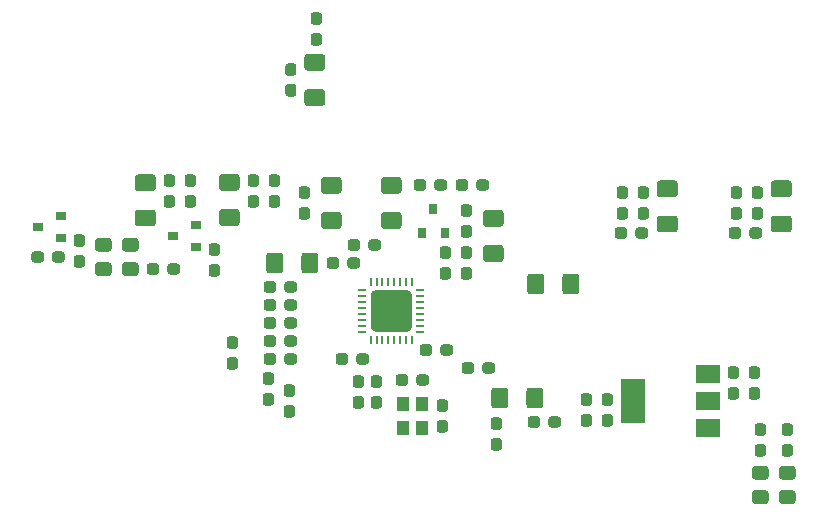
<source format=gtp>
G04 #@! TF.GenerationSoftware,KiCad,Pcbnew,(5.1.9)-1*
G04 #@! TF.CreationDate,2021-12-15T22:24:27+01:00*
G04 #@! TF.ProjectId,AudioCodecModule_ADAU1761,41756469-6f43-46f6-9465-634d6f64756c,rev?*
G04 #@! TF.SameCoordinates,Original*
G04 #@! TF.FileFunction,Paste,Top*
G04 #@! TF.FilePolarity,Positive*
%FSLAX46Y46*%
G04 Gerber Fmt 4.6, Leading zero omitted, Abs format (unit mm)*
G04 Created by KiCad (PCBNEW (5.1.9)-1) date 2021-12-15 22:24:27*
%MOMM*%
%LPD*%
G01*
G04 APERTURE LIST*
%ADD10R,2.000000X1.500000*%
%ADD11R,2.000000X3.800000*%
%ADD12R,0.900000X0.800000*%
%ADD13R,1.100000X1.300000*%
%ADD14R,0.800000X0.900000*%
%ADD15R,0.260000X0.800000*%
%ADD16R,0.800000X0.260000*%
G04 APERTURE END LIST*
G36*
G01*
X166767500Y-61564000D02*
X167242500Y-61564000D01*
G75*
G02*
X167480000Y-61801500I0J-237500D01*
G01*
X167480000Y-62376500D01*
G75*
G02*
X167242500Y-62614000I-237500J0D01*
G01*
X166767500Y-62614000D01*
G75*
G02*
X166530000Y-62376500I0J237500D01*
G01*
X166530000Y-61801500D01*
G75*
G02*
X166767500Y-61564000I237500J0D01*
G01*
G37*
G36*
G01*
X166767500Y-59814000D02*
X167242500Y-59814000D01*
G75*
G02*
X167480000Y-60051500I0J-237500D01*
G01*
X167480000Y-60626500D01*
G75*
G02*
X167242500Y-60864000I-237500J0D01*
G01*
X166767500Y-60864000D01*
G75*
G02*
X166530000Y-60626500I0J237500D01*
G01*
X166530000Y-60051500D01*
G75*
G02*
X166767500Y-59814000I237500J0D01*
G01*
G37*
G36*
G01*
X169401500Y-56546000D02*
X168926500Y-56546000D01*
G75*
G02*
X168689000Y-56308500I0J237500D01*
G01*
X168689000Y-55733500D01*
G75*
G02*
X168926500Y-55496000I237500J0D01*
G01*
X169401500Y-55496000D01*
G75*
G02*
X169639000Y-55733500I0J-237500D01*
G01*
X169639000Y-56308500D01*
G75*
G02*
X169401500Y-56546000I-237500J0D01*
G01*
G37*
G36*
G01*
X169401500Y-58296000D02*
X168926500Y-58296000D01*
G75*
G02*
X168689000Y-58058500I0J237500D01*
G01*
X168689000Y-57483500D01*
G75*
G02*
X168926500Y-57246000I237500J0D01*
G01*
X169401500Y-57246000D01*
G75*
G02*
X169639000Y-57483500I0J-237500D01*
G01*
X169639000Y-58058500D01*
G75*
G02*
X169401500Y-58296000I-237500J0D01*
G01*
G37*
G36*
G01*
X168412000Y-61989000D02*
X169662000Y-61989000D01*
G75*
G02*
X169912000Y-62239000I0J-250000D01*
G01*
X169912000Y-63164000D01*
G75*
G02*
X169662000Y-63414000I-250000J0D01*
G01*
X168412000Y-63414000D01*
G75*
G02*
X168162000Y-63164000I0J250000D01*
G01*
X168162000Y-62239000D01*
G75*
G02*
X168412000Y-61989000I250000J0D01*
G01*
G37*
G36*
G01*
X168412000Y-59014000D02*
X169662000Y-59014000D01*
G75*
G02*
X169912000Y-59264000I0J-250000D01*
G01*
X169912000Y-60189000D01*
G75*
G02*
X169662000Y-60439000I-250000J0D01*
G01*
X168412000Y-60439000D01*
G75*
G02*
X168162000Y-60189000I0J250000D01*
G01*
X168162000Y-59264000D01*
G75*
G02*
X168412000Y-59014000I250000J0D01*
G01*
G37*
D10*
X202286000Y-90692000D03*
X202286000Y-86092000D03*
X202286000Y-88392000D03*
D11*
X195986000Y-88392000D03*
G36*
G01*
X155860000Y-76978500D02*
X155860000Y-77453500D01*
G75*
G02*
X155622500Y-77691000I-237500J0D01*
G01*
X155047500Y-77691000D01*
G75*
G02*
X154810000Y-77453500I0J237500D01*
G01*
X154810000Y-76978500D01*
G75*
G02*
X155047500Y-76741000I237500J0D01*
G01*
X155622500Y-76741000D01*
G75*
G02*
X155860000Y-76978500I0J-237500D01*
G01*
G37*
G36*
G01*
X157610000Y-76978500D02*
X157610000Y-77453500D01*
G75*
G02*
X157372500Y-77691000I-237500J0D01*
G01*
X156797500Y-77691000D01*
G75*
G02*
X156560000Y-77453500I0J237500D01*
G01*
X156560000Y-76978500D01*
G75*
G02*
X156797500Y-76741000I237500J0D01*
G01*
X157372500Y-76741000D01*
G75*
G02*
X157610000Y-76978500I0J-237500D01*
G01*
G37*
G36*
G01*
X188118000Y-89932500D02*
X188118000Y-90407500D01*
G75*
G02*
X187880500Y-90645000I-237500J0D01*
G01*
X187305500Y-90645000D01*
G75*
G02*
X187068000Y-90407500I0J237500D01*
G01*
X187068000Y-89932500D01*
G75*
G02*
X187305500Y-89695000I237500J0D01*
G01*
X187880500Y-89695000D01*
G75*
G02*
X188118000Y-89932500I0J-237500D01*
G01*
G37*
G36*
G01*
X189868000Y-89932500D02*
X189868000Y-90407500D01*
G75*
G02*
X189630500Y-90645000I-237500J0D01*
G01*
X189055500Y-90645000D01*
G75*
G02*
X188818000Y-90407500I0J237500D01*
G01*
X188818000Y-89932500D01*
G75*
G02*
X189055500Y-89695000I237500J0D01*
G01*
X189630500Y-89695000D01*
G75*
G02*
X189868000Y-89932500I0J-237500D01*
G01*
G37*
G36*
G01*
X160290500Y-76804000D02*
X160765500Y-76804000D01*
G75*
G02*
X161003000Y-77041500I0J-237500D01*
G01*
X161003000Y-77616500D01*
G75*
G02*
X160765500Y-77854000I-237500J0D01*
G01*
X160290500Y-77854000D01*
G75*
G02*
X160053000Y-77616500I0J237500D01*
G01*
X160053000Y-77041500D01*
G75*
G02*
X160290500Y-76804000I237500J0D01*
G01*
G37*
G36*
G01*
X160290500Y-75054000D02*
X160765500Y-75054000D01*
G75*
G02*
X161003000Y-75291500I0J-237500D01*
G01*
X161003000Y-75866500D01*
G75*
G02*
X160765500Y-76104000I-237500J0D01*
G01*
X160290500Y-76104000D01*
G75*
G02*
X160053000Y-75866500I0J237500D01*
G01*
X160053000Y-75291500D01*
G75*
G02*
X160290500Y-75054000I237500J0D01*
G01*
G37*
G36*
G01*
X146795000Y-76437500D02*
X146795000Y-75962500D01*
G75*
G02*
X147032500Y-75725000I237500J0D01*
G01*
X147607500Y-75725000D01*
G75*
G02*
X147845000Y-75962500I0J-237500D01*
G01*
X147845000Y-76437500D01*
G75*
G02*
X147607500Y-76675000I-237500J0D01*
G01*
X147032500Y-76675000D01*
G75*
G02*
X146795000Y-76437500I0J237500D01*
G01*
G37*
G36*
G01*
X145045000Y-76437500D02*
X145045000Y-75962500D01*
G75*
G02*
X145282500Y-75725000I237500J0D01*
G01*
X145857500Y-75725000D01*
G75*
G02*
X146095000Y-75962500I0J-237500D01*
G01*
X146095000Y-76437500D01*
G75*
G02*
X145857500Y-76675000I-237500J0D01*
G01*
X145282500Y-76675000D01*
G75*
G02*
X145045000Y-76437500I0J237500D01*
G01*
G37*
G36*
G01*
X148860500Y-76042000D02*
X149335500Y-76042000D01*
G75*
G02*
X149573000Y-76279500I0J-237500D01*
G01*
X149573000Y-76854500D01*
G75*
G02*
X149335500Y-77092000I-237500J0D01*
G01*
X148860500Y-77092000D01*
G75*
G02*
X148623000Y-76854500I0J237500D01*
G01*
X148623000Y-76279500D01*
G75*
G02*
X148860500Y-76042000I237500J0D01*
G01*
G37*
G36*
G01*
X148860500Y-74292000D02*
X149335500Y-74292000D01*
G75*
G02*
X149573000Y-74529500I0J-237500D01*
G01*
X149573000Y-75104500D01*
G75*
G02*
X149335500Y-75342000I-237500J0D01*
G01*
X148860500Y-75342000D01*
G75*
G02*
X148623000Y-75104500I0J237500D01*
G01*
X148623000Y-74529500D01*
G75*
G02*
X148860500Y-74292000I237500J0D01*
G01*
G37*
G36*
G01*
X208804500Y-92044000D02*
X209279500Y-92044000D01*
G75*
G02*
X209517000Y-92281500I0J-237500D01*
G01*
X209517000Y-92856500D01*
G75*
G02*
X209279500Y-93094000I-237500J0D01*
G01*
X208804500Y-93094000D01*
G75*
G02*
X208567000Y-92856500I0J237500D01*
G01*
X208567000Y-92281500D01*
G75*
G02*
X208804500Y-92044000I237500J0D01*
G01*
G37*
G36*
G01*
X208804500Y-90294000D02*
X209279500Y-90294000D01*
G75*
G02*
X209517000Y-90531500I0J-237500D01*
G01*
X209517000Y-91106500D01*
G75*
G02*
X209279500Y-91344000I-237500J0D01*
G01*
X208804500Y-91344000D01*
G75*
G02*
X208567000Y-91106500I0J237500D01*
G01*
X208567000Y-90531500D01*
G75*
G02*
X208804500Y-90294000I237500J0D01*
G01*
G37*
G36*
G01*
X206518500Y-92044000D02*
X206993500Y-92044000D01*
G75*
G02*
X207231000Y-92281500I0J-237500D01*
G01*
X207231000Y-92856500D01*
G75*
G02*
X206993500Y-93094000I-237500J0D01*
G01*
X206518500Y-93094000D01*
G75*
G02*
X206281000Y-92856500I0J237500D01*
G01*
X206281000Y-92281500D01*
G75*
G02*
X206518500Y-92044000I237500J0D01*
G01*
G37*
G36*
G01*
X206518500Y-90294000D02*
X206993500Y-90294000D01*
G75*
G02*
X207231000Y-90531500I0J-237500D01*
G01*
X207231000Y-91106500D01*
G75*
G02*
X206993500Y-91344000I-237500J0D01*
G01*
X206518500Y-91344000D01*
G75*
G02*
X206281000Y-91106500I0J237500D01*
G01*
X206281000Y-90531500D01*
G75*
G02*
X206518500Y-90294000I237500J0D01*
G01*
G37*
D12*
X156988000Y-74422000D03*
X158988000Y-73472000D03*
X158988000Y-75372000D03*
X145558000Y-73660000D03*
X147558000Y-72710000D03*
X147558000Y-74610000D03*
G36*
G01*
X152965999Y-76650000D02*
X153866001Y-76650000D01*
G75*
G02*
X154116000Y-76899999I0J-249999D01*
G01*
X154116000Y-77550001D01*
G75*
G02*
X153866001Y-77800000I-249999J0D01*
G01*
X152965999Y-77800000D01*
G75*
G02*
X152716000Y-77550001I0J249999D01*
G01*
X152716000Y-76899999D01*
G75*
G02*
X152965999Y-76650000I249999J0D01*
G01*
G37*
G36*
G01*
X152965999Y-74600000D02*
X153866001Y-74600000D01*
G75*
G02*
X154116000Y-74849999I0J-249999D01*
G01*
X154116000Y-75500001D01*
G75*
G02*
X153866001Y-75750000I-249999J0D01*
G01*
X152965999Y-75750000D01*
G75*
G02*
X152716000Y-75500001I0J249999D01*
G01*
X152716000Y-74849999D01*
G75*
G02*
X152965999Y-74600000I249999J0D01*
G01*
G37*
G36*
G01*
X150679999Y-76650000D02*
X151580001Y-76650000D01*
G75*
G02*
X151830000Y-76899999I0J-249999D01*
G01*
X151830000Y-77550001D01*
G75*
G02*
X151580001Y-77800000I-249999J0D01*
G01*
X150679999Y-77800000D01*
G75*
G02*
X150430000Y-77550001I0J249999D01*
G01*
X150430000Y-76899999D01*
G75*
G02*
X150679999Y-76650000I249999J0D01*
G01*
G37*
G36*
G01*
X150679999Y-74600000D02*
X151580001Y-74600000D01*
G75*
G02*
X151830000Y-74849999I0J-249999D01*
G01*
X151830000Y-75500001D01*
G75*
G02*
X151580001Y-75750000I-249999J0D01*
G01*
X150679999Y-75750000D01*
G75*
G02*
X150430000Y-75500001I0J249999D01*
G01*
X150430000Y-74849999D01*
G75*
G02*
X150679999Y-74600000I249999J0D01*
G01*
G37*
G36*
G01*
X209492001Y-95054000D02*
X208591999Y-95054000D01*
G75*
G02*
X208342000Y-94804001I0J249999D01*
G01*
X208342000Y-94153999D01*
G75*
G02*
X208591999Y-93904000I249999J0D01*
G01*
X209492001Y-93904000D01*
G75*
G02*
X209742000Y-94153999I0J-249999D01*
G01*
X209742000Y-94804001D01*
G75*
G02*
X209492001Y-95054000I-249999J0D01*
G01*
G37*
G36*
G01*
X209492001Y-97104000D02*
X208591999Y-97104000D01*
G75*
G02*
X208342000Y-96854001I0J249999D01*
G01*
X208342000Y-96203999D01*
G75*
G02*
X208591999Y-95954000I249999J0D01*
G01*
X209492001Y-95954000D01*
G75*
G02*
X209742000Y-96203999I0J-249999D01*
G01*
X209742000Y-96854001D01*
G75*
G02*
X209492001Y-97104000I-249999J0D01*
G01*
G37*
G36*
G01*
X207206001Y-95054000D02*
X206305999Y-95054000D01*
G75*
G02*
X206056000Y-94804001I0J249999D01*
G01*
X206056000Y-94153999D01*
G75*
G02*
X206305999Y-93904000I249999J0D01*
G01*
X207206001Y-93904000D01*
G75*
G02*
X207456000Y-94153999I0J-249999D01*
G01*
X207456000Y-94804001D01*
G75*
G02*
X207206001Y-95054000I-249999J0D01*
G01*
G37*
G36*
G01*
X207206001Y-97104000D02*
X206305999Y-97104000D01*
G75*
G02*
X206056000Y-96854001I0J249999D01*
G01*
X206056000Y-96203999D01*
G75*
G02*
X206305999Y-95954000I249999J0D01*
G01*
X207206001Y-95954000D01*
G75*
G02*
X207456000Y-96203999I0J-249999D01*
G01*
X207456000Y-96854001D01*
G75*
G02*
X207206001Y-97104000I-249999J0D01*
G01*
G37*
G36*
G01*
X191786500Y-89504000D02*
X192261500Y-89504000D01*
G75*
G02*
X192499000Y-89741500I0J-237500D01*
G01*
X192499000Y-90316500D01*
G75*
G02*
X192261500Y-90554000I-237500J0D01*
G01*
X191786500Y-90554000D01*
G75*
G02*
X191549000Y-90316500I0J237500D01*
G01*
X191549000Y-89741500D01*
G75*
G02*
X191786500Y-89504000I237500J0D01*
G01*
G37*
G36*
G01*
X191786500Y-87754000D02*
X192261500Y-87754000D01*
G75*
G02*
X192499000Y-87991500I0J-237500D01*
G01*
X192499000Y-88566500D01*
G75*
G02*
X192261500Y-88804000I-237500J0D01*
G01*
X191786500Y-88804000D01*
G75*
G02*
X191549000Y-88566500I0J237500D01*
G01*
X191549000Y-87991500D01*
G75*
G02*
X191786500Y-87754000I237500J0D01*
G01*
G37*
G36*
G01*
X193564500Y-89504000D02*
X194039500Y-89504000D01*
G75*
G02*
X194277000Y-89741500I0J-237500D01*
G01*
X194277000Y-90316500D01*
G75*
G02*
X194039500Y-90554000I-237500J0D01*
G01*
X193564500Y-90554000D01*
G75*
G02*
X193327000Y-90316500I0J237500D01*
G01*
X193327000Y-89741500D01*
G75*
G02*
X193564500Y-89504000I237500J0D01*
G01*
G37*
G36*
G01*
X193564500Y-87754000D02*
X194039500Y-87754000D01*
G75*
G02*
X194277000Y-87991500I0J-237500D01*
G01*
X194277000Y-88566500D01*
G75*
G02*
X194039500Y-88804000I-237500J0D01*
G01*
X193564500Y-88804000D01*
G75*
G02*
X193327000Y-88566500I0J237500D01*
G01*
X193327000Y-87991500D01*
G75*
G02*
X193564500Y-87754000I237500J0D01*
G01*
G37*
G36*
G01*
X206010500Y-87218000D02*
X206485500Y-87218000D01*
G75*
G02*
X206723000Y-87455500I0J-237500D01*
G01*
X206723000Y-88030500D01*
G75*
G02*
X206485500Y-88268000I-237500J0D01*
G01*
X206010500Y-88268000D01*
G75*
G02*
X205773000Y-88030500I0J237500D01*
G01*
X205773000Y-87455500D01*
G75*
G02*
X206010500Y-87218000I237500J0D01*
G01*
G37*
G36*
G01*
X206010500Y-85468000D02*
X206485500Y-85468000D01*
G75*
G02*
X206723000Y-85705500I0J-237500D01*
G01*
X206723000Y-86280500D01*
G75*
G02*
X206485500Y-86518000I-237500J0D01*
G01*
X206010500Y-86518000D01*
G75*
G02*
X205773000Y-86280500I0J237500D01*
G01*
X205773000Y-85705500D01*
G75*
G02*
X206010500Y-85468000I237500J0D01*
G01*
G37*
G36*
G01*
X204232500Y-87218000D02*
X204707500Y-87218000D01*
G75*
G02*
X204945000Y-87455500I0J-237500D01*
G01*
X204945000Y-88030500D01*
G75*
G02*
X204707500Y-88268000I-237500J0D01*
G01*
X204232500Y-88268000D01*
G75*
G02*
X203995000Y-88030500I0J237500D01*
G01*
X203995000Y-87455500D01*
G75*
G02*
X204232500Y-87218000I237500J0D01*
G01*
G37*
G36*
G01*
X204232500Y-85468000D02*
X204707500Y-85468000D01*
G75*
G02*
X204945000Y-85705500I0J-237500D01*
G01*
X204945000Y-86280500D01*
G75*
G02*
X204707500Y-86518000I-237500J0D01*
G01*
X204232500Y-86518000D01*
G75*
G02*
X203995000Y-86280500I0J237500D01*
G01*
X203995000Y-85705500D01*
G75*
G02*
X204232500Y-85468000I237500J0D01*
G01*
G37*
G36*
G01*
X166640500Y-88742000D02*
X167115500Y-88742000D01*
G75*
G02*
X167353000Y-88979500I0J-237500D01*
G01*
X167353000Y-89554500D01*
G75*
G02*
X167115500Y-89792000I-237500J0D01*
G01*
X166640500Y-89792000D01*
G75*
G02*
X166403000Y-89554500I0J237500D01*
G01*
X166403000Y-88979500D01*
G75*
G02*
X166640500Y-88742000I237500J0D01*
G01*
G37*
G36*
G01*
X166640500Y-86992000D02*
X167115500Y-86992000D01*
G75*
G02*
X167353000Y-87229500I0J-237500D01*
G01*
X167353000Y-87804500D01*
G75*
G02*
X167115500Y-88042000I-237500J0D01*
G01*
X166640500Y-88042000D01*
G75*
G02*
X166403000Y-87804500I0J237500D01*
G01*
X166403000Y-87229500D01*
G75*
G02*
X166640500Y-86992000I237500J0D01*
G01*
G37*
G36*
G01*
X164862500Y-87726000D02*
X165337500Y-87726000D01*
G75*
G02*
X165575000Y-87963500I0J-237500D01*
G01*
X165575000Y-88538500D01*
G75*
G02*
X165337500Y-88776000I-237500J0D01*
G01*
X164862500Y-88776000D01*
G75*
G02*
X164625000Y-88538500I0J237500D01*
G01*
X164625000Y-87963500D01*
G75*
G02*
X164862500Y-87726000I237500J0D01*
G01*
G37*
G36*
G01*
X164862500Y-85976000D02*
X165337500Y-85976000D01*
G75*
G02*
X165575000Y-86213500I0J-237500D01*
G01*
X165575000Y-86788500D01*
G75*
G02*
X165337500Y-87026000I-237500J0D01*
G01*
X164862500Y-87026000D01*
G75*
G02*
X164625000Y-86788500I0J237500D01*
G01*
X164625000Y-86213500D01*
G75*
G02*
X164862500Y-85976000I237500J0D01*
G01*
G37*
D13*
X176467000Y-90712000D03*
X176467000Y-88612000D03*
X178117000Y-88612000D03*
X178117000Y-90712000D03*
G36*
G01*
X179594500Y-90012000D02*
X180069500Y-90012000D01*
G75*
G02*
X180307000Y-90249500I0J-237500D01*
G01*
X180307000Y-90824500D01*
G75*
G02*
X180069500Y-91062000I-237500J0D01*
G01*
X179594500Y-91062000D01*
G75*
G02*
X179357000Y-90824500I0J237500D01*
G01*
X179357000Y-90249500D01*
G75*
G02*
X179594500Y-90012000I237500J0D01*
G01*
G37*
G36*
G01*
X179594500Y-88262000D02*
X180069500Y-88262000D01*
G75*
G02*
X180307000Y-88499500I0J-237500D01*
G01*
X180307000Y-89074500D01*
G75*
G02*
X180069500Y-89312000I-237500J0D01*
G01*
X179594500Y-89312000D01*
G75*
G02*
X179357000Y-89074500I0J237500D01*
G01*
X179357000Y-88499500D01*
G75*
G02*
X179594500Y-88262000I237500J0D01*
G01*
G37*
G36*
G01*
X161814500Y-84678000D02*
X162289500Y-84678000D01*
G75*
G02*
X162527000Y-84915500I0J-237500D01*
G01*
X162527000Y-85490500D01*
G75*
G02*
X162289500Y-85728000I-237500J0D01*
G01*
X161814500Y-85728000D01*
G75*
G02*
X161577000Y-85490500I0J237500D01*
G01*
X161577000Y-84915500D01*
G75*
G02*
X161814500Y-84678000I237500J0D01*
G01*
G37*
G36*
G01*
X161814500Y-82928000D02*
X162289500Y-82928000D01*
G75*
G02*
X162527000Y-83165500I0J-237500D01*
G01*
X162527000Y-83740500D01*
G75*
G02*
X162289500Y-83978000I-237500J0D01*
G01*
X161814500Y-83978000D01*
G75*
G02*
X161577000Y-83740500I0J237500D01*
G01*
X161577000Y-83165500D01*
G75*
G02*
X161814500Y-82928000I237500J0D01*
G01*
G37*
G36*
G01*
X171800000Y-76945500D02*
X171800000Y-76470500D01*
G75*
G02*
X172037500Y-76233000I237500J0D01*
G01*
X172612500Y-76233000D01*
G75*
G02*
X172850000Y-76470500I0J-237500D01*
G01*
X172850000Y-76945500D01*
G75*
G02*
X172612500Y-77183000I-237500J0D01*
G01*
X172037500Y-77183000D01*
G75*
G02*
X171800000Y-76945500I0J237500D01*
G01*
G37*
G36*
G01*
X170050000Y-76945500D02*
X170050000Y-76470500D01*
G75*
G02*
X170287500Y-76233000I237500J0D01*
G01*
X170862500Y-76233000D01*
G75*
G02*
X171100000Y-76470500I0J-237500D01*
G01*
X171100000Y-76945500D01*
G75*
G02*
X170862500Y-77183000I-237500J0D01*
G01*
X170287500Y-77183000D01*
G75*
G02*
X170050000Y-76945500I0J237500D01*
G01*
G37*
G36*
G01*
X172562000Y-85073500D02*
X172562000Y-84598500D01*
G75*
G02*
X172799500Y-84361000I237500J0D01*
G01*
X173374500Y-84361000D01*
G75*
G02*
X173612000Y-84598500I0J-237500D01*
G01*
X173612000Y-85073500D01*
G75*
G02*
X173374500Y-85311000I-237500J0D01*
G01*
X172799500Y-85311000D01*
G75*
G02*
X172562000Y-85073500I0J237500D01*
G01*
G37*
G36*
G01*
X170812000Y-85073500D02*
X170812000Y-84598500D01*
G75*
G02*
X171049500Y-84361000I237500J0D01*
G01*
X171624500Y-84361000D01*
G75*
G02*
X171862000Y-84598500I0J-237500D01*
G01*
X171862000Y-85073500D01*
G75*
G02*
X171624500Y-85311000I-237500J0D01*
G01*
X171049500Y-85311000D01*
G75*
G02*
X170812000Y-85073500I0J237500D01*
G01*
G37*
G36*
G01*
X166357000Y-76083000D02*
X166357000Y-77333000D01*
G75*
G02*
X166107000Y-77583000I-250000J0D01*
G01*
X165182000Y-77583000D01*
G75*
G02*
X164932000Y-77333000I0J250000D01*
G01*
X164932000Y-76083000D01*
G75*
G02*
X165182000Y-75833000I250000J0D01*
G01*
X166107000Y-75833000D01*
G75*
G02*
X166357000Y-76083000I0J-250000D01*
G01*
G37*
G36*
G01*
X169332000Y-76083000D02*
X169332000Y-77333000D01*
G75*
G02*
X169082000Y-77583000I-250000J0D01*
G01*
X168157000Y-77583000D01*
G75*
G02*
X167907000Y-77333000I0J250000D01*
G01*
X167907000Y-76083000D01*
G75*
G02*
X168157000Y-75833000I250000J0D01*
G01*
X169082000Y-75833000D01*
G75*
G02*
X169332000Y-76083000I0J-250000D01*
G01*
G37*
G36*
G01*
X186957000Y-88763000D02*
X186957000Y-87513000D01*
G75*
G02*
X187207000Y-87263000I250000J0D01*
G01*
X188132000Y-87263000D01*
G75*
G02*
X188382000Y-87513000I0J-250000D01*
G01*
X188382000Y-88763000D01*
G75*
G02*
X188132000Y-89013000I-250000J0D01*
G01*
X187207000Y-89013000D01*
G75*
G02*
X186957000Y-88763000I0J250000D01*
G01*
G37*
G36*
G01*
X183982000Y-88763000D02*
X183982000Y-87513000D01*
G75*
G02*
X184232000Y-87263000I250000J0D01*
G01*
X185157000Y-87263000D01*
G75*
G02*
X185407000Y-87513000I0J-250000D01*
G01*
X185407000Y-88763000D01*
G75*
G02*
X185157000Y-89013000I-250000J0D01*
G01*
X184232000Y-89013000D01*
G75*
G02*
X183982000Y-88763000I0J250000D01*
G01*
G37*
G36*
G01*
X182022000Y-69866500D02*
X182022000Y-70341500D01*
G75*
G02*
X181784500Y-70579000I-237500J0D01*
G01*
X181209500Y-70579000D01*
G75*
G02*
X180972000Y-70341500I0J237500D01*
G01*
X180972000Y-69866500D01*
G75*
G02*
X181209500Y-69629000I237500J0D01*
G01*
X181784500Y-69629000D01*
G75*
G02*
X182022000Y-69866500I0J-237500D01*
G01*
G37*
G36*
G01*
X183772000Y-69866500D02*
X183772000Y-70341500D01*
G75*
G02*
X183534500Y-70579000I-237500J0D01*
G01*
X182959500Y-70579000D01*
G75*
G02*
X182722000Y-70341500I0J237500D01*
G01*
X182722000Y-69866500D01*
G75*
G02*
X182959500Y-69629000I237500J0D01*
G01*
X183534500Y-69629000D01*
G75*
G02*
X183772000Y-69866500I0J-237500D01*
G01*
G37*
G36*
G01*
X179166000Y-70341500D02*
X179166000Y-69866500D01*
G75*
G02*
X179403500Y-69629000I237500J0D01*
G01*
X179978500Y-69629000D01*
G75*
G02*
X180216000Y-69866500I0J-237500D01*
G01*
X180216000Y-70341500D01*
G75*
G02*
X179978500Y-70579000I-237500J0D01*
G01*
X179403500Y-70579000D01*
G75*
G02*
X179166000Y-70341500I0J237500D01*
G01*
G37*
G36*
G01*
X177416000Y-70341500D02*
X177416000Y-69866500D01*
G75*
G02*
X177653500Y-69629000I237500J0D01*
G01*
X178228500Y-69629000D01*
G75*
G02*
X178466000Y-69866500I0J-237500D01*
G01*
X178466000Y-70341500D01*
G75*
G02*
X178228500Y-70579000I-237500J0D01*
G01*
X177653500Y-70579000D01*
G75*
G02*
X177416000Y-70341500I0J237500D01*
G01*
G37*
G36*
G01*
X183525000Y-75197000D02*
X184775000Y-75197000D01*
G75*
G02*
X185025000Y-75447000I0J-250000D01*
G01*
X185025000Y-76372000D01*
G75*
G02*
X184775000Y-76622000I-250000J0D01*
G01*
X183525000Y-76622000D01*
G75*
G02*
X183275000Y-76372000I0J250000D01*
G01*
X183275000Y-75447000D01*
G75*
G02*
X183525000Y-75197000I250000J0D01*
G01*
G37*
G36*
G01*
X183525000Y-72222000D02*
X184775000Y-72222000D01*
G75*
G02*
X185025000Y-72472000I0J-250000D01*
G01*
X185025000Y-73397000D01*
G75*
G02*
X184775000Y-73647000I-250000J0D01*
G01*
X183525000Y-73647000D01*
G75*
G02*
X183275000Y-73397000I0J250000D01*
G01*
X183275000Y-72472000D01*
G75*
G02*
X183525000Y-72222000I250000J0D01*
G01*
G37*
G36*
G01*
X178974000Y-83836500D02*
X178974000Y-84311500D01*
G75*
G02*
X178736500Y-84549000I-237500J0D01*
G01*
X178161500Y-84549000D01*
G75*
G02*
X177924000Y-84311500I0J237500D01*
G01*
X177924000Y-83836500D01*
G75*
G02*
X178161500Y-83599000I237500J0D01*
G01*
X178736500Y-83599000D01*
G75*
G02*
X178974000Y-83836500I0J-237500D01*
G01*
G37*
G36*
G01*
X180724000Y-83836500D02*
X180724000Y-84311500D01*
G75*
G02*
X180486500Y-84549000I-237500J0D01*
G01*
X179911500Y-84549000D01*
G75*
G02*
X179674000Y-84311500I0J237500D01*
G01*
X179674000Y-83836500D01*
G75*
G02*
X179911500Y-83599000I237500J0D01*
G01*
X180486500Y-83599000D01*
G75*
G02*
X180724000Y-83836500I0J-237500D01*
G01*
G37*
G36*
G01*
X171828000Y-75421500D02*
X171828000Y-74946500D01*
G75*
G02*
X172065500Y-74709000I237500J0D01*
G01*
X172640500Y-74709000D01*
G75*
G02*
X172878000Y-74946500I0J-237500D01*
G01*
X172878000Y-75421500D01*
G75*
G02*
X172640500Y-75659000I-237500J0D01*
G01*
X172065500Y-75659000D01*
G75*
G02*
X171828000Y-75421500I0J237500D01*
G01*
G37*
G36*
G01*
X173578000Y-75421500D02*
X173578000Y-74946500D01*
G75*
G02*
X173815500Y-74709000I237500J0D01*
G01*
X174390500Y-74709000D01*
G75*
G02*
X174628000Y-74946500I0J-237500D01*
G01*
X174628000Y-75421500D01*
G75*
G02*
X174390500Y-75659000I-237500J0D01*
G01*
X173815500Y-75659000D01*
G75*
G02*
X173578000Y-75421500I0J237500D01*
G01*
G37*
G36*
G01*
X190005000Y-79111000D02*
X190005000Y-77861000D01*
G75*
G02*
X190255000Y-77611000I250000J0D01*
G01*
X191180000Y-77611000D01*
G75*
G02*
X191430000Y-77861000I0J-250000D01*
G01*
X191430000Y-79111000D01*
G75*
G02*
X191180000Y-79361000I-250000J0D01*
G01*
X190255000Y-79361000D01*
G75*
G02*
X190005000Y-79111000I0J250000D01*
G01*
G37*
G36*
G01*
X187030000Y-79111000D02*
X187030000Y-77861000D01*
G75*
G02*
X187280000Y-77611000I250000J0D01*
G01*
X188205000Y-77611000D01*
G75*
G02*
X188455000Y-77861000I0J-250000D01*
G01*
X188455000Y-79111000D01*
G75*
G02*
X188205000Y-79361000I-250000J0D01*
G01*
X187280000Y-79361000D01*
G75*
G02*
X187030000Y-79111000I0J250000D01*
G01*
G37*
G36*
G01*
X161173000Y-72149000D02*
X162423000Y-72149000D01*
G75*
G02*
X162673000Y-72399000I0J-250000D01*
G01*
X162673000Y-73324000D01*
G75*
G02*
X162423000Y-73574000I-250000J0D01*
G01*
X161173000Y-73574000D01*
G75*
G02*
X160923000Y-73324000I0J250000D01*
G01*
X160923000Y-72399000D01*
G75*
G02*
X161173000Y-72149000I250000J0D01*
G01*
G37*
G36*
G01*
X161173000Y-69174000D02*
X162423000Y-69174000D01*
G75*
G02*
X162673000Y-69424000I0J-250000D01*
G01*
X162673000Y-70349000D01*
G75*
G02*
X162423000Y-70599000I-250000J0D01*
G01*
X161173000Y-70599000D01*
G75*
G02*
X160923000Y-70349000I0J250000D01*
G01*
X160923000Y-69424000D01*
G75*
G02*
X161173000Y-69174000I250000J0D01*
G01*
G37*
G36*
G01*
X198257000Y-72693500D02*
X199507000Y-72693500D01*
G75*
G02*
X199757000Y-72943500I0J-250000D01*
G01*
X199757000Y-73868500D01*
G75*
G02*
X199507000Y-74118500I-250000J0D01*
G01*
X198257000Y-74118500D01*
G75*
G02*
X198007000Y-73868500I0J250000D01*
G01*
X198007000Y-72943500D01*
G75*
G02*
X198257000Y-72693500I250000J0D01*
G01*
G37*
G36*
G01*
X198257000Y-69718500D02*
X199507000Y-69718500D01*
G75*
G02*
X199757000Y-69968500I0J-250000D01*
G01*
X199757000Y-70893500D01*
G75*
G02*
X199507000Y-71143500I-250000J0D01*
G01*
X198257000Y-71143500D01*
G75*
G02*
X198007000Y-70893500I0J250000D01*
G01*
X198007000Y-69968500D01*
G75*
G02*
X198257000Y-69718500I250000J0D01*
G01*
G37*
G36*
G01*
X195309500Y-71278000D02*
X194834500Y-71278000D01*
G75*
G02*
X194597000Y-71040500I0J237500D01*
G01*
X194597000Y-70465500D01*
G75*
G02*
X194834500Y-70228000I237500J0D01*
G01*
X195309500Y-70228000D01*
G75*
G02*
X195547000Y-70465500I0J-237500D01*
G01*
X195547000Y-71040500D01*
G75*
G02*
X195309500Y-71278000I-237500J0D01*
G01*
G37*
G36*
G01*
X195309500Y-73028000D02*
X194834500Y-73028000D01*
G75*
G02*
X194597000Y-72790500I0J237500D01*
G01*
X194597000Y-72215500D01*
G75*
G02*
X194834500Y-71978000I237500J0D01*
G01*
X195309500Y-71978000D01*
G75*
G02*
X195547000Y-72215500I0J-237500D01*
G01*
X195547000Y-72790500D01*
G75*
G02*
X195309500Y-73028000I-237500J0D01*
G01*
G37*
G36*
G01*
X154061000Y-72185500D02*
X155311000Y-72185500D01*
G75*
G02*
X155561000Y-72435500I0J-250000D01*
G01*
X155561000Y-73360500D01*
G75*
G02*
X155311000Y-73610500I-250000J0D01*
G01*
X154061000Y-73610500D01*
G75*
G02*
X153811000Y-73360500I0J250000D01*
G01*
X153811000Y-72435500D01*
G75*
G02*
X154061000Y-72185500I250000J0D01*
G01*
G37*
G36*
G01*
X154061000Y-69210500D02*
X155311000Y-69210500D01*
G75*
G02*
X155561000Y-69460500I0J-250000D01*
G01*
X155561000Y-70385500D01*
G75*
G02*
X155311000Y-70635500I-250000J0D01*
G01*
X154061000Y-70635500D01*
G75*
G02*
X153811000Y-70385500I0J250000D01*
G01*
X153811000Y-69460500D01*
G75*
G02*
X154061000Y-69210500I250000J0D01*
G01*
G37*
G36*
G01*
X169809000Y-72403000D02*
X171059000Y-72403000D01*
G75*
G02*
X171309000Y-72653000I0J-250000D01*
G01*
X171309000Y-73578000D01*
G75*
G02*
X171059000Y-73828000I-250000J0D01*
G01*
X169809000Y-73828000D01*
G75*
G02*
X169559000Y-73578000I0J250000D01*
G01*
X169559000Y-72653000D01*
G75*
G02*
X169809000Y-72403000I250000J0D01*
G01*
G37*
G36*
G01*
X169809000Y-69428000D02*
X171059000Y-69428000D01*
G75*
G02*
X171309000Y-69678000I0J-250000D01*
G01*
X171309000Y-70603000D01*
G75*
G02*
X171059000Y-70853000I-250000J0D01*
G01*
X169809000Y-70853000D01*
G75*
G02*
X169559000Y-70603000I0J250000D01*
G01*
X169559000Y-69678000D01*
G75*
G02*
X169809000Y-69428000I250000J0D01*
G01*
G37*
G36*
G01*
X207909000Y-72693500D02*
X209159000Y-72693500D01*
G75*
G02*
X209409000Y-72943500I0J-250000D01*
G01*
X209409000Y-73868500D01*
G75*
G02*
X209159000Y-74118500I-250000J0D01*
G01*
X207909000Y-74118500D01*
G75*
G02*
X207659000Y-73868500I0J250000D01*
G01*
X207659000Y-72943500D01*
G75*
G02*
X207909000Y-72693500I250000J0D01*
G01*
G37*
G36*
G01*
X207909000Y-69718500D02*
X209159000Y-69718500D01*
G75*
G02*
X209409000Y-69968500I0J-250000D01*
G01*
X209409000Y-70893500D01*
G75*
G02*
X209159000Y-71143500I-250000J0D01*
G01*
X207909000Y-71143500D01*
G75*
G02*
X207659000Y-70893500I0J250000D01*
G01*
X207659000Y-69968500D01*
G75*
G02*
X207909000Y-69718500I250000J0D01*
G01*
G37*
G36*
G01*
X204961500Y-71278000D02*
X204486500Y-71278000D01*
G75*
G02*
X204249000Y-71040500I0J237500D01*
G01*
X204249000Y-70465500D01*
G75*
G02*
X204486500Y-70228000I237500J0D01*
G01*
X204961500Y-70228000D01*
G75*
G02*
X205199000Y-70465500I0J-237500D01*
G01*
X205199000Y-71040500D01*
G75*
G02*
X204961500Y-71278000I-237500J0D01*
G01*
G37*
G36*
G01*
X204961500Y-73028000D02*
X204486500Y-73028000D01*
G75*
G02*
X204249000Y-72790500I0J237500D01*
G01*
X204249000Y-72215500D01*
G75*
G02*
X204486500Y-71978000I237500J0D01*
G01*
X204961500Y-71978000D01*
G75*
G02*
X205199000Y-72215500I0J-237500D01*
G01*
X205199000Y-72790500D01*
G75*
G02*
X204961500Y-73028000I-237500J0D01*
G01*
G37*
G36*
G01*
X184166500Y-91536000D02*
X184641500Y-91536000D01*
G75*
G02*
X184879000Y-91773500I0J-237500D01*
G01*
X184879000Y-92348500D01*
G75*
G02*
X184641500Y-92586000I-237500J0D01*
G01*
X184166500Y-92586000D01*
G75*
G02*
X183929000Y-92348500I0J237500D01*
G01*
X183929000Y-91773500D01*
G75*
G02*
X184166500Y-91536000I237500J0D01*
G01*
G37*
G36*
G01*
X184166500Y-89786000D02*
X184641500Y-89786000D01*
G75*
G02*
X184879000Y-90023500I0J-237500D01*
G01*
X184879000Y-90598500D01*
G75*
G02*
X184641500Y-90836000I-237500J0D01*
G01*
X184166500Y-90836000D01*
G75*
G02*
X183929000Y-90598500I0J237500D01*
G01*
X183929000Y-90023500D01*
G75*
G02*
X184166500Y-89786000I237500J0D01*
G01*
G37*
G36*
G01*
X176139000Y-70853000D02*
X174889000Y-70853000D01*
G75*
G02*
X174639000Y-70603000I0J250000D01*
G01*
X174639000Y-69678000D01*
G75*
G02*
X174889000Y-69428000I250000J0D01*
G01*
X176139000Y-69428000D01*
G75*
G02*
X176389000Y-69678000I0J-250000D01*
G01*
X176389000Y-70603000D01*
G75*
G02*
X176139000Y-70853000I-250000J0D01*
G01*
G37*
G36*
G01*
X176139000Y-73828000D02*
X174889000Y-73828000D01*
G75*
G02*
X174639000Y-73578000I0J250000D01*
G01*
X174639000Y-72653000D01*
G75*
G02*
X174889000Y-72403000I250000J0D01*
G01*
X176139000Y-72403000D01*
G75*
G02*
X176389000Y-72653000I0J-250000D01*
G01*
X176389000Y-73578000D01*
G75*
G02*
X176139000Y-73828000I-250000J0D01*
G01*
G37*
D14*
X179070000Y-72152000D03*
X180020000Y-74152000D03*
X178120000Y-74152000D03*
G36*
G01*
X165766000Y-84598500D02*
X165766000Y-85073500D01*
G75*
G02*
X165528500Y-85311000I-237500J0D01*
G01*
X164953500Y-85311000D01*
G75*
G02*
X164716000Y-85073500I0J237500D01*
G01*
X164716000Y-84598500D01*
G75*
G02*
X164953500Y-84361000I237500J0D01*
G01*
X165528500Y-84361000D01*
G75*
G02*
X165766000Y-84598500I0J-237500D01*
G01*
G37*
G36*
G01*
X167516000Y-84598500D02*
X167516000Y-85073500D01*
G75*
G02*
X167278500Y-85311000I-237500J0D01*
G01*
X166703500Y-85311000D01*
G75*
G02*
X166466000Y-85073500I0J237500D01*
G01*
X166466000Y-84598500D01*
G75*
G02*
X166703500Y-84361000I237500J0D01*
G01*
X167278500Y-84361000D01*
G75*
G02*
X167516000Y-84598500I0J-237500D01*
G01*
G37*
G36*
G01*
X177642000Y-86851500D02*
X177642000Y-86376500D01*
G75*
G02*
X177879500Y-86139000I237500J0D01*
G01*
X178454500Y-86139000D01*
G75*
G02*
X178692000Y-86376500I0J-237500D01*
G01*
X178692000Y-86851500D01*
G75*
G02*
X178454500Y-87089000I-237500J0D01*
G01*
X177879500Y-87089000D01*
G75*
G02*
X177642000Y-86851500I0J237500D01*
G01*
G37*
G36*
G01*
X175892000Y-86851500D02*
X175892000Y-86376500D01*
G75*
G02*
X176129500Y-86139000I237500J0D01*
G01*
X176704500Y-86139000D01*
G75*
G02*
X176942000Y-86376500I0J-237500D01*
G01*
X176942000Y-86851500D01*
G75*
G02*
X176704500Y-87089000I-237500J0D01*
G01*
X176129500Y-87089000D01*
G75*
G02*
X175892000Y-86851500I0J237500D01*
G01*
G37*
G36*
G01*
X172482500Y-87980000D02*
X172957500Y-87980000D01*
G75*
G02*
X173195000Y-88217500I0J-237500D01*
G01*
X173195000Y-88792500D01*
G75*
G02*
X172957500Y-89030000I-237500J0D01*
G01*
X172482500Y-89030000D01*
G75*
G02*
X172245000Y-88792500I0J237500D01*
G01*
X172245000Y-88217500D01*
G75*
G02*
X172482500Y-87980000I237500J0D01*
G01*
G37*
G36*
G01*
X172482500Y-86230000D02*
X172957500Y-86230000D01*
G75*
G02*
X173195000Y-86467500I0J-237500D01*
G01*
X173195000Y-87042500D01*
G75*
G02*
X172957500Y-87280000I-237500J0D01*
G01*
X172482500Y-87280000D01*
G75*
G02*
X172245000Y-87042500I0J237500D01*
G01*
X172245000Y-86467500D01*
G75*
G02*
X172482500Y-86230000I237500J0D01*
G01*
G37*
G36*
G01*
X174006500Y-87980000D02*
X174481500Y-87980000D01*
G75*
G02*
X174719000Y-88217500I0J-237500D01*
G01*
X174719000Y-88792500D01*
G75*
G02*
X174481500Y-89030000I-237500J0D01*
G01*
X174006500Y-89030000D01*
G75*
G02*
X173769000Y-88792500I0J237500D01*
G01*
X173769000Y-88217500D01*
G75*
G02*
X174006500Y-87980000I237500J0D01*
G01*
G37*
G36*
G01*
X174006500Y-86230000D02*
X174481500Y-86230000D01*
G75*
G02*
X174719000Y-86467500I0J-237500D01*
G01*
X174719000Y-87042500D01*
G75*
G02*
X174481500Y-87280000I-237500J0D01*
G01*
X174006500Y-87280000D01*
G75*
G02*
X173769000Y-87042500I0J237500D01*
G01*
X173769000Y-86467500D01*
G75*
G02*
X174006500Y-86230000I237500J0D01*
G01*
G37*
G36*
G01*
X165766000Y-78502500D02*
X165766000Y-78977500D01*
G75*
G02*
X165528500Y-79215000I-237500J0D01*
G01*
X164953500Y-79215000D01*
G75*
G02*
X164716000Y-78977500I0J237500D01*
G01*
X164716000Y-78502500D01*
G75*
G02*
X164953500Y-78265000I237500J0D01*
G01*
X165528500Y-78265000D01*
G75*
G02*
X165766000Y-78502500I0J-237500D01*
G01*
G37*
G36*
G01*
X167516000Y-78502500D02*
X167516000Y-78977500D01*
G75*
G02*
X167278500Y-79215000I-237500J0D01*
G01*
X166703500Y-79215000D01*
G75*
G02*
X166466000Y-78977500I0J237500D01*
G01*
X166466000Y-78502500D01*
G75*
G02*
X166703500Y-78265000I237500J0D01*
G01*
X167278500Y-78265000D01*
G75*
G02*
X167516000Y-78502500I0J-237500D01*
G01*
G37*
G36*
G01*
X165766000Y-80026500D02*
X165766000Y-80501500D01*
G75*
G02*
X165528500Y-80739000I-237500J0D01*
G01*
X164953500Y-80739000D01*
G75*
G02*
X164716000Y-80501500I0J237500D01*
G01*
X164716000Y-80026500D01*
G75*
G02*
X164953500Y-79789000I237500J0D01*
G01*
X165528500Y-79789000D01*
G75*
G02*
X165766000Y-80026500I0J-237500D01*
G01*
G37*
G36*
G01*
X167516000Y-80026500D02*
X167516000Y-80501500D01*
G75*
G02*
X167278500Y-80739000I-237500J0D01*
G01*
X166703500Y-80739000D01*
G75*
G02*
X166466000Y-80501500I0J237500D01*
G01*
X166466000Y-80026500D01*
G75*
G02*
X166703500Y-79789000I237500J0D01*
G01*
X167278500Y-79789000D01*
G75*
G02*
X167516000Y-80026500I0J-237500D01*
G01*
G37*
G36*
G01*
X165766000Y-81550500D02*
X165766000Y-82025500D01*
G75*
G02*
X165528500Y-82263000I-237500J0D01*
G01*
X164953500Y-82263000D01*
G75*
G02*
X164716000Y-82025500I0J237500D01*
G01*
X164716000Y-81550500D01*
G75*
G02*
X164953500Y-81313000I237500J0D01*
G01*
X165528500Y-81313000D01*
G75*
G02*
X165766000Y-81550500I0J-237500D01*
G01*
G37*
G36*
G01*
X167516000Y-81550500D02*
X167516000Y-82025500D01*
G75*
G02*
X167278500Y-82263000I-237500J0D01*
G01*
X166703500Y-82263000D01*
G75*
G02*
X166466000Y-82025500I0J237500D01*
G01*
X166466000Y-81550500D01*
G75*
G02*
X166703500Y-81313000I237500J0D01*
G01*
X167278500Y-81313000D01*
G75*
G02*
X167516000Y-81550500I0J-237500D01*
G01*
G37*
G36*
G01*
X165766000Y-83074500D02*
X165766000Y-83549500D01*
G75*
G02*
X165528500Y-83787000I-237500J0D01*
G01*
X164953500Y-83787000D01*
G75*
G02*
X164716000Y-83549500I0J237500D01*
G01*
X164716000Y-83074500D01*
G75*
G02*
X164953500Y-82837000I237500J0D01*
G01*
X165528500Y-82837000D01*
G75*
G02*
X165766000Y-83074500I0J-237500D01*
G01*
G37*
G36*
G01*
X167516000Y-83074500D02*
X167516000Y-83549500D01*
G75*
G02*
X167278500Y-83787000I-237500J0D01*
G01*
X166703500Y-83787000D01*
G75*
G02*
X166466000Y-83549500I0J237500D01*
G01*
X166466000Y-83074500D01*
G75*
G02*
X166703500Y-82837000I237500J0D01*
G01*
X167278500Y-82837000D01*
G75*
G02*
X167516000Y-83074500I0J-237500D01*
G01*
G37*
G36*
G01*
X180323500Y-76358000D02*
X179848500Y-76358000D01*
G75*
G02*
X179611000Y-76120500I0J237500D01*
G01*
X179611000Y-75545500D01*
G75*
G02*
X179848500Y-75308000I237500J0D01*
G01*
X180323500Y-75308000D01*
G75*
G02*
X180561000Y-75545500I0J-237500D01*
G01*
X180561000Y-76120500D01*
G75*
G02*
X180323500Y-76358000I-237500J0D01*
G01*
G37*
G36*
G01*
X180323500Y-78108000D02*
X179848500Y-78108000D01*
G75*
G02*
X179611000Y-77870500I0J237500D01*
G01*
X179611000Y-77295500D01*
G75*
G02*
X179848500Y-77058000I237500J0D01*
G01*
X180323500Y-77058000D01*
G75*
G02*
X180561000Y-77295500I0J-237500D01*
G01*
X180561000Y-77870500D01*
G75*
G02*
X180323500Y-78108000I-237500J0D01*
G01*
G37*
G36*
G01*
X182101500Y-76358000D02*
X181626500Y-76358000D01*
G75*
G02*
X181389000Y-76120500I0J237500D01*
G01*
X181389000Y-75545500D01*
G75*
G02*
X181626500Y-75308000I237500J0D01*
G01*
X182101500Y-75308000D01*
G75*
G02*
X182339000Y-75545500I0J-237500D01*
G01*
X182339000Y-76120500D01*
G75*
G02*
X182101500Y-76358000I-237500J0D01*
G01*
G37*
G36*
G01*
X182101500Y-78108000D02*
X181626500Y-78108000D01*
G75*
G02*
X181389000Y-77870500I0J237500D01*
G01*
X181389000Y-77295500D01*
G75*
G02*
X181626500Y-77058000I237500J0D01*
G01*
X182101500Y-77058000D01*
G75*
G02*
X182339000Y-77295500I0J-237500D01*
G01*
X182339000Y-77870500D01*
G75*
G02*
X182101500Y-78108000I-237500J0D01*
G01*
G37*
G36*
G01*
X182530000Y-85360500D02*
X182530000Y-85835500D01*
G75*
G02*
X182292500Y-86073000I-237500J0D01*
G01*
X181717500Y-86073000D01*
G75*
G02*
X181480000Y-85835500I0J237500D01*
G01*
X181480000Y-85360500D01*
G75*
G02*
X181717500Y-85123000I237500J0D01*
G01*
X182292500Y-85123000D01*
G75*
G02*
X182530000Y-85360500I0J-237500D01*
G01*
G37*
G36*
G01*
X184280000Y-85360500D02*
X184280000Y-85835500D01*
G75*
G02*
X184042500Y-86073000I-237500J0D01*
G01*
X183467500Y-86073000D01*
G75*
G02*
X183230000Y-85835500I0J237500D01*
G01*
X183230000Y-85360500D01*
G75*
G02*
X183467500Y-85123000I237500J0D01*
G01*
X184042500Y-85123000D01*
G75*
G02*
X184280000Y-85360500I0J-237500D01*
G01*
G37*
G36*
G01*
X196184000Y-74405500D02*
X196184000Y-73930500D01*
G75*
G02*
X196421500Y-73693000I237500J0D01*
G01*
X196996500Y-73693000D01*
G75*
G02*
X197234000Y-73930500I0J-237500D01*
G01*
X197234000Y-74405500D01*
G75*
G02*
X196996500Y-74643000I-237500J0D01*
G01*
X196421500Y-74643000D01*
G75*
G02*
X196184000Y-74405500I0J237500D01*
G01*
G37*
G36*
G01*
X194434000Y-74405500D02*
X194434000Y-73930500D01*
G75*
G02*
X194671500Y-73693000I237500J0D01*
G01*
X195246500Y-73693000D01*
G75*
G02*
X195484000Y-73930500I0J-237500D01*
G01*
X195484000Y-74405500D01*
G75*
G02*
X195246500Y-74643000I-237500J0D01*
G01*
X194671500Y-74643000D01*
G75*
G02*
X194434000Y-74405500I0J237500D01*
G01*
G37*
G36*
G01*
X165845500Y-70262000D02*
X165370500Y-70262000D01*
G75*
G02*
X165133000Y-70024500I0J237500D01*
G01*
X165133000Y-69449500D01*
G75*
G02*
X165370500Y-69212000I237500J0D01*
G01*
X165845500Y-69212000D01*
G75*
G02*
X166083000Y-69449500I0J-237500D01*
G01*
X166083000Y-70024500D01*
G75*
G02*
X165845500Y-70262000I-237500J0D01*
G01*
G37*
G36*
G01*
X165845500Y-72012000D02*
X165370500Y-72012000D01*
G75*
G02*
X165133000Y-71774500I0J237500D01*
G01*
X165133000Y-71199500D01*
G75*
G02*
X165370500Y-70962000I237500J0D01*
G01*
X165845500Y-70962000D01*
G75*
G02*
X166083000Y-71199500I0J-237500D01*
G01*
X166083000Y-71774500D01*
G75*
G02*
X165845500Y-72012000I-237500J0D01*
G01*
G37*
G36*
G01*
X205836000Y-74405500D02*
X205836000Y-73930500D01*
G75*
G02*
X206073500Y-73693000I237500J0D01*
G01*
X206648500Y-73693000D01*
G75*
G02*
X206886000Y-73930500I0J-237500D01*
G01*
X206886000Y-74405500D01*
G75*
G02*
X206648500Y-74643000I-237500J0D01*
G01*
X206073500Y-74643000D01*
G75*
G02*
X205836000Y-74405500I0J237500D01*
G01*
G37*
G36*
G01*
X204086000Y-74405500D02*
X204086000Y-73930500D01*
G75*
G02*
X204323500Y-73693000I237500J0D01*
G01*
X204898500Y-73693000D01*
G75*
G02*
X205136000Y-73930500I0J-237500D01*
G01*
X205136000Y-74405500D01*
G75*
G02*
X204898500Y-74643000I-237500J0D01*
G01*
X204323500Y-74643000D01*
G75*
G02*
X204086000Y-74405500I0J237500D01*
G01*
G37*
G36*
G01*
X158733500Y-70262000D02*
X158258500Y-70262000D01*
G75*
G02*
X158021000Y-70024500I0J237500D01*
G01*
X158021000Y-69449500D01*
G75*
G02*
X158258500Y-69212000I237500J0D01*
G01*
X158733500Y-69212000D01*
G75*
G02*
X158971000Y-69449500I0J-237500D01*
G01*
X158971000Y-70024500D01*
G75*
G02*
X158733500Y-70262000I-237500J0D01*
G01*
G37*
G36*
G01*
X158733500Y-72012000D02*
X158258500Y-72012000D01*
G75*
G02*
X158021000Y-71774500I0J237500D01*
G01*
X158021000Y-71199500D01*
G75*
G02*
X158258500Y-70962000I237500J0D01*
G01*
X158733500Y-70962000D01*
G75*
G02*
X158971000Y-71199500I0J-237500D01*
G01*
X158971000Y-71774500D01*
G75*
G02*
X158733500Y-72012000I-237500J0D01*
G01*
G37*
G36*
G01*
X167910500Y-71978000D02*
X168385500Y-71978000D01*
G75*
G02*
X168623000Y-72215500I0J-237500D01*
G01*
X168623000Y-72790500D01*
G75*
G02*
X168385500Y-73028000I-237500J0D01*
G01*
X167910500Y-73028000D01*
G75*
G02*
X167673000Y-72790500I0J237500D01*
G01*
X167673000Y-72215500D01*
G75*
G02*
X167910500Y-71978000I237500J0D01*
G01*
G37*
G36*
G01*
X167910500Y-70228000D02*
X168385500Y-70228000D01*
G75*
G02*
X168623000Y-70465500I0J-237500D01*
G01*
X168623000Y-71040500D01*
G75*
G02*
X168385500Y-71278000I-237500J0D01*
G01*
X167910500Y-71278000D01*
G75*
G02*
X167673000Y-71040500I0J237500D01*
G01*
X167673000Y-70465500D01*
G75*
G02*
X167910500Y-70228000I237500J0D01*
G01*
G37*
G36*
G01*
X156480500Y-70962000D02*
X156955500Y-70962000D01*
G75*
G02*
X157193000Y-71199500I0J-237500D01*
G01*
X157193000Y-71774500D01*
G75*
G02*
X156955500Y-72012000I-237500J0D01*
G01*
X156480500Y-72012000D01*
G75*
G02*
X156243000Y-71774500I0J237500D01*
G01*
X156243000Y-71199500D01*
G75*
G02*
X156480500Y-70962000I237500J0D01*
G01*
G37*
G36*
G01*
X156480500Y-69212000D02*
X156955500Y-69212000D01*
G75*
G02*
X157193000Y-69449500I0J-237500D01*
G01*
X157193000Y-70024500D01*
G75*
G02*
X156955500Y-70262000I-237500J0D01*
G01*
X156480500Y-70262000D01*
G75*
G02*
X156243000Y-70024500I0J237500D01*
G01*
X156243000Y-69449500D01*
G75*
G02*
X156480500Y-69212000I237500J0D01*
G01*
G37*
G36*
G01*
X163592500Y-70962000D02*
X164067500Y-70962000D01*
G75*
G02*
X164305000Y-71199500I0J-237500D01*
G01*
X164305000Y-71774500D01*
G75*
G02*
X164067500Y-72012000I-237500J0D01*
G01*
X163592500Y-72012000D01*
G75*
G02*
X163355000Y-71774500I0J237500D01*
G01*
X163355000Y-71199500D01*
G75*
G02*
X163592500Y-70962000I237500J0D01*
G01*
G37*
G36*
G01*
X163592500Y-69212000D02*
X164067500Y-69212000D01*
G75*
G02*
X164305000Y-69449500I0J-237500D01*
G01*
X164305000Y-70024500D01*
G75*
G02*
X164067500Y-70262000I-237500J0D01*
G01*
X163592500Y-70262000D01*
G75*
G02*
X163355000Y-70024500I0J237500D01*
G01*
X163355000Y-69449500D01*
G75*
G02*
X163592500Y-69212000I237500J0D01*
G01*
G37*
G36*
G01*
X181626500Y-73502000D02*
X182101500Y-73502000D01*
G75*
G02*
X182339000Y-73739500I0J-237500D01*
G01*
X182339000Y-74314500D01*
G75*
G02*
X182101500Y-74552000I-237500J0D01*
G01*
X181626500Y-74552000D01*
G75*
G02*
X181389000Y-74314500I0J237500D01*
G01*
X181389000Y-73739500D01*
G75*
G02*
X181626500Y-73502000I237500J0D01*
G01*
G37*
G36*
G01*
X181626500Y-71752000D02*
X182101500Y-71752000D01*
G75*
G02*
X182339000Y-71989500I0J-237500D01*
G01*
X182339000Y-72564500D01*
G75*
G02*
X182101500Y-72802000I-237500J0D01*
G01*
X181626500Y-72802000D01*
G75*
G02*
X181389000Y-72564500I0J237500D01*
G01*
X181389000Y-71989500D01*
G75*
G02*
X181626500Y-71752000I237500J0D01*
G01*
G37*
G36*
G01*
X206264500Y-71978000D02*
X206739500Y-71978000D01*
G75*
G02*
X206977000Y-72215500I0J-237500D01*
G01*
X206977000Y-72790500D01*
G75*
G02*
X206739500Y-73028000I-237500J0D01*
G01*
X206264500Y-73028000D01*
G75*
G02*
X206027000Y-72790500I0J237500D01*
G01*
X206027000Y-72215500D01*
G75*
G02*
X206264500Y-71978000I237500J0D01*
G01*
G37*
G36*
G01*
X206264500Y-70228000D02*
X206739500Y-70228000D01*
G75*
G02*
X206977000Y-70465500I0J-237500D01*
G01*
X206977000Y-71040500D01*
G75*
G02*
X206739500Y-71278000I-237500J0D01*
G01*
X206264500Y-71278000D01*
G75*
G02*
X206027000Y-71040500I0J237500D01*
G01*
X206027000Y-70465500D01*
G75*
G02*
X206264500Y-70228000I237500J0D01*
G01*
G37*
G36*
G01*
X196612500Y-71978000D02*
X197087500Y-71978000D01*
G75*
G02*
X197325000Y-72215500I0J-237500D01*
G01*
X197325000Y-72790500D01*
G75*
G02*
X197087500Y-73028000I-237500J0D01*
G01*
X196612500Y-73028000D01*
G75*
G02*
X196375000Y-72790500I0J237500D01*
G01*
X196375000Y-72215500D01*
G75*
G02*
X196612500Y-71978000I237500J0D01*
G01*
G37*
G36*
G01*
X196612500Y-70228000D02*
X197087500Y-70228000D01*
G75*
G02*
X197325000Y-70465500I0J-237500D01*
G01*
X197325000Y-71040500D01*
G75*
G02*
X197087500Y-71278000I-237500J0D01*
G01*
X196612500Y-71278000D01*
G75*
G02*
X196375000Y-71040500I0J237500D01*
G01*
X196375000Y-70465500D01*
G75*
G02*
X196612500Y-70228000I237500J0D01*
G01*
G37*
G36*
G01*
X174163000Y-79022000D02*
X176865000Y-79022000D01*
G75*
G02*
X177264000Y-79421000I0J-399000D01*
G01*
X177264000Y-82123000D01*
G75*
G02*
X176865000Y-82522000I-399000J0D01*
G01*
X174163000Y-82522000D01*
G75*
G02*
X173764000Y-82123000I0J399000D01*
G01*
X173764000Y-79421000D01*
G75*
G02*
X174163000Y-79022000I399000J0D01*
G01*
G37*
D15*
X173764000Y-83222000D03*
X174264000Y-83222000D03*
X174764000Y-83222000D03*
X175264000Y-83222000D03*
X175764000Y-83222000D03*
X176264000Y-83222000D03*
X176764000Y-83222000D03*
X177264000Y-83222000D03*
D16*
X177964000Y-82522000D03*
X177964000Y-82022000D03*
X177964000Y-81522000D03*
X177964000Y-81022000D03*
X177964000Y-80522000D03*
X177964000Y-80022000D03*
X177964000Y-79522000D03*
X177964000Y-79022000D03*
D15*
X177264000Y-78322000D03*
X176764000Y-78322000D03*
X176264000Y-78322000D03*
X175764000Y-78322000D03*
X175264000Y-78322000D03*
X174764000Y-78322000D03*
X174264000Y-78322000D03*
X173764000Y-78322000D03*
D16*
X173064000Y-79022000D03*
X173064000Y-79522000D03*
X173064000Y-80022000D03*
X173064000Y-80522000D03*
X173064000Y-81022000D03*
X173064000Y-81522000D03*
X173064000Y-82022000D03*
X173064000Y-82522000D03*
M02*

</source>
